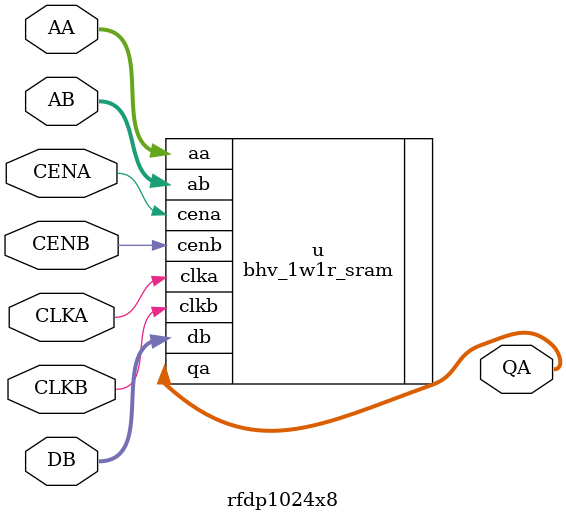
<source format=v>


`define RFDP(dpeth, width)    \
module rfdp``dpeth``x``width (					\
	output 		[width-1:0]				QA,     \
	input 		[$clog2(dpeth)-1:0] 	AA,     \
	input 								CLKA,   \
	input 								CENA,   \
	input 		[$clog2(dpeth)-1:0] 	AB,     \
	input 		[width-1:0] 			DB,     \
	input 								CLKB,   \
	input 								CENB    \
	);                                          \
	bhv_1w1r_sram #(                            \
		.WWORD		(width),                    \
		.WADDR		($clog2(dpeth)),            \
		.DEPTH		(dpeth)                     \
		) u (                                   \
		.clka		(CLKA),                     \
		.aa			(AA),                       \
		.cena		(CENA),                     \
		.qa			(QA),                       \
                                                \
		.clkb		(CLKB),                     \
		.ab			(AB),                       \
		.cenb		(CENB),                     \
		.db			(DB));                      \
endmodule



`define RFDPWP(dpeth, width, wpwidth)    \
module rfdp``dpeth``x``width``_wp``wpwidth (		\
	output 		[width-1:0]				QA,     \
	input 		[$clog2(dpeth)-1:0] 	AA,     \
	input 								CLKA,   \
	input 								CENA,   \
	input 		[$clog2(dpeth)-1:0] 	AB,     \
	input 		[width-1:0] 			DB,     \
	input 								CLKB,   \
	input 		[width/wpwidth-1:0]		WENB,	\
	input 								CENB	\
	);                                          \
	bhv_1w1r_sram_wp #(                         \
		.WWORD		(width),                    \
		.WADDR		($clog2(dpeth)),            \
		.DEPTH		(dpeth),                    \
		.WP			(wpwidth)                   \
		) u (                                   \
		.clka		(CLKA),                     \
		.aa			(AA),                       \
		.cena		(CENA),                     \
		.qa			(QA),                       \
		.clkb		(CLKB),                     \
		.ab			(AB),                       \
		.wenb		(WENB),                     \
		.cenb		(CENB),                     \
		.db			(DB));                      \
endmodule


`RFDP(1024,16)
`RFDP(1024,96)
`RFDP(256,96)
`RFDP(128,256)
`RFDP(32,256)
`RFDP(128,16)
`RFDP(2048,8)
`RFDP(1024,8)

// `RFDPWP(2048,128,32)
// `RFDP(2048,128)
// `RFDP(256,32)
// `RFDP(512,32)
// `RFDP(1024,32)
// `RFDP(256,24)
// `RFDP(64,38)
// `RFDP(32,128)
// `RFDP(32,130)

// `RFDP(262144,8)
// `RFDP(143360,8)



</source>
